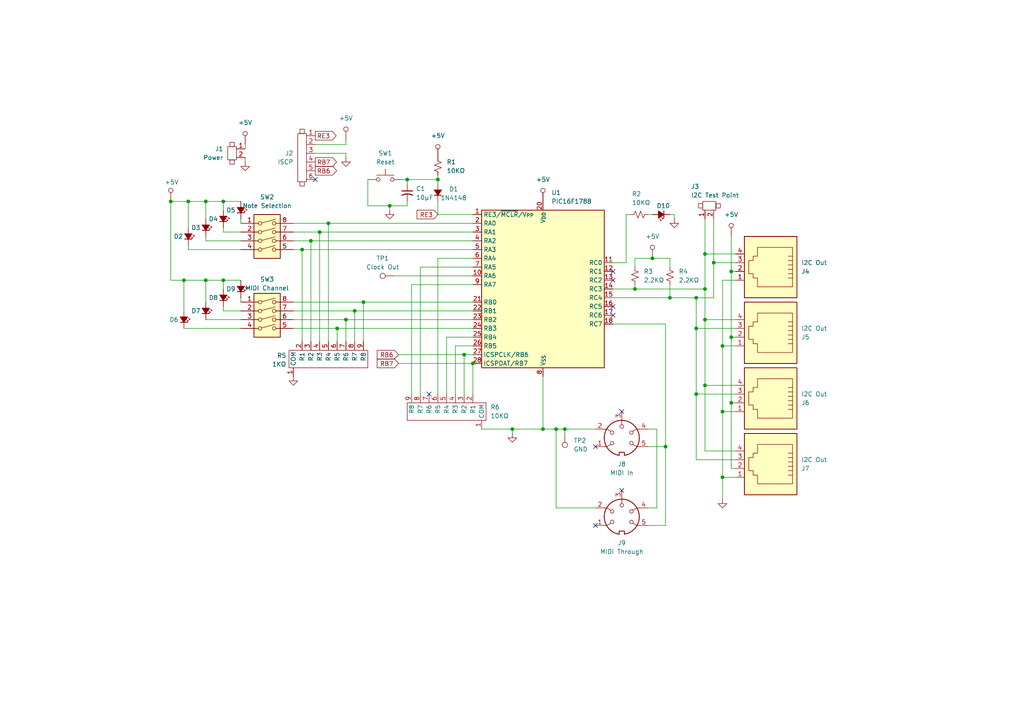
<source format=kicad_sch>
(kicad_sch (version 20250114) (generator "eeschema") (generator_version "9.0")
  (paper "A4")
  (lib_symbols
    (symbol "2_JB_Custom_sym:In-Line-R-Pack"
      (property "Reference" "R" (at 7.62 -9.144 0))
      (symbol "In-Line-R-Pack_0_1"
        (rectangle (start -3.81 -2.54) (end 19.05 -7.62))
      )
      (symbol "In-Line-R-Pack_1_1"
        (pin input line (at -2.54 -10.16 90) (length 2.54) (name "COM") (number "1"))
        (pin output line (at 0 0 270) (length 2.54) (name "R1") (number "2"))
        (pin output line (at 2.54 0 270) (length 2.54) (name "R2") (number "3"))
        (pin output line (at 5.08 0 270) (length 2.54) (name "R3") (number "4"))
        (pin output line (at 7.62 0 270) (length 2.54) (name "R4") (number "5"))
        (pin output line (at 10.16 0 270) (length 2.54) (name "R5") (number "6"))
        (pin output line (at 12.7 0 270) (length 2.54) (name "R6") (number "7"))
        (pin output line (at 15.24 0 270) (length 2.54) (name "R7") (number "8"))
        (pin output line (at 17.78 0 270) (length 2.54) (name "R8") (number "9"))
      )
    )
    (symbol "2_JB_Custom_sym:Jumper_2_Pin"
      (property "Reference" "J" (at 0 13.208 0))
      (symbol "Jumper_2_Pin_0_1"
        (rectangle (start -1.27 9.525) (end 1.27 5.715))
        (rectangle (start -0.635 10.795) (end 0.635 9.525))
        (rectangle (start -0.635 5.715) (end 0.635 5.715))
        (rectangle (start 0.635 4.445) (end -0.635 5.715))
      )
      (symbol "Jumper_2_Pin_1_1"
        (pin passive line (at -3.81 8.89 0) (length 2.54) (name "~") (number "1"))
        (pin passive line (at -3.81 6.35 0) (length 2.54) (name "~") (number "2"))
      )
    )
    (symbol "2_JB_Custom_sym:Jumper_6_Pin"
      (property "Reference" "J" (at 0 0 0))
      (symbol "Jumper_6_Pin_0_1"
        (rectangle (start 0 -3.175) (end 2.54 -17.145))
        (rectangle (start 0.635 -1.905) (end 1.905 -3.175))
        (rectangle (start 0.635 -17.145) (end 1.905 -18.415))
      )
      (symbol "Jumper_6_Pin_1_1"
        (pin passive line (at -2.54 -3.81 0) (length 2.54) (name "~") (number "1"))
        (pin passive line (at -2.54 -6.35 0) (length 2.54) (name "~") (number "2"))
        (pin passive line (at -2.54 -8.89 0) (length 2.54) (name "~") (number "3"))
        (pin passive line (at -2.54 -11.43 0) (length 2.54) (name "~") (number "4"))
        (pin passive line (at -2.54 -13.97 0) (length 2.54) (name "~") (number "5"))
        (pin passive line (at -2.54 -16.51 0) (length 2.54) (name "~") (number "6"))
      )
    )
    (symbol "2_JB_Custom_sym:VCC"
      (property "Value" "+5V" (at 0 5.588 0))
      (symbol "VCC_0_1"
        (circle (center 0 3.175) (radius 0.635))
      )
      (symbol "VCC_1_1"
        (pin power_in line (at 0 0 90) (length 2.54) (name "~") (number ""))
      )
    )
    (symbol "Connector:DIN-5" (pin_names (offset 1.016))
      (property "Reference" "J" (at 3.175 5.715 0))
      (property "Value" "DIN-5" (at 0 -6.35 0))
      (symbol "DIN-5_0_1"
        (polyline (pts (xy -5.08 2.54) (xy -4.318 2.54) (xy -3.175 1.905)))
        (polyline (pts (xy -5.08 -2.54) (xy -4.318 -2.54) (xy -3.175 -1.905)))
        (circle (center -2.794 1.524) (radius 0.508))
        (circle (center -2.794 -1.524) (radius 0.508))
        (polyline (pts (xy -0.762 -4.953) (xy -0.762 -4.191) (xy 0.762 -4.191) (xy 0.762 -4.953)) (stroke (width 0.254)))
        (arc (start 5.08 0) (mid 3.8673 -3.3444) (end 0.762 -5.08) (stroke (width 0.254)))
        (polyline (pts (xy 0 5.08) (xy 0 3.81)))
        (circle (center 0 3.302) (radius 0.508))
        (arc (start -5.08 0) (mid 0 5.0579) (end 5.08 0) (stroke (width 0.254)))
        (arc (start -0.762 -5.08) (mid -3.8597 -3.3379) (end -5.08 0) (stroke (width 0.254)))
        (circle (center 2.794 1.524) (radius 0.508))
        (circle (center 2.794 -1.524) (radius 0.508))
        (polyline (pts (xy 5.08 2.54) (xy 4.318 2.54) (xy 3.175 1.905)))
        (polyline (pts (xy 5.08 -2.54) (xy 4.318 -2.54) (xy 3.175 -1.905)))
      )
      (symbol "DIN-5_1_1"
        (pin passive line (at -7.62 2.54 0) (length 2.54) (name "~") (number "2"))
        (pin passive line (at -7.62 -2.54 0) (length 2.54) (name "~") (number "1"))
        (pin passive line (at 0 7.62 270) (length 2.54) (name "~") (number "3"))
        (pin passive line (at 7.62 2.54 180) (length 2.54) (name "~") (number "4"))
        (pin passive line (at 7.62 -2.54 180) (length 2.54) (name "~") (number "5"))
      )
    )
    (symbol "Connector:TestPoint" (pin_numbers (hide yes)) (pin_names (offset 0.762) (hide yes))
      (property "Reference" "TP" (at 0 6.858 0))
      (property "Value" "TestPoint" (at 0 5.08 0))
      (symbol "TestPoint_0_1"
        (circle (center 0 3.302) (radius 0.762))
      )
      (symbol "TestPoint_1_1"
        (pin passive line (at 0 0 90) (length 2.54) (name "1") (number "1"))
      )
    )
    (symbol "Device:C_Small_US" (pin_numbers (hide yes)) (pin_names (offset 0.254) (hide yes))
      (property "Reference" "C" (at 0.254 1.778 0))
      (property "Value" "C_Small_US" (at 0.254 -2.032 0))
      (symbol "C_Small_US_0_1"
        (polyline (pts (xy -1.524 0.508) (xy 1.524 0.508)) (stroke (width 0.3048)))
        (arc (start -1.524 -0.762) (mid 0 -0.3734) (end 1.524 -0.762) (stroke (width 0.3048)))
      )
      (symbol "C_Small_US_1_1"
        (pin passive line (at 0 2.54 270) (length 2.032) (name "~") (number "1"))
        (pin passive line (at 0 -2.54 90) (length 2.032) (name "~") (number "2"))
      )
    )
    (symbol "Device:D_Small_Filled" (pin_numbers (hide yes)) (pin_names (offset 0.254) (hide yes))
      (property "Reference" "D" (at -1.27 2.032 0))
      (property "Value" "D_Small_Filled" (at -3.81 -2.032 0))
      (symbol "D_Small_Filled_0_1"
        (polyline (pts (xy -0.762 0) (xy 0.762 0)))
        (polyline (pts (xy -0.762 -1.016) (xy -0.762 1.016)) (stroke (width 0.254)))
        (polyline (pts (xy 0.762 -1.016) (xy -0.762 0) (xy 0.762 1.016) (xy 0.762 -1.016)) (stroke (width 0.254)) (fill (type outline)))
      )
      (symbol "D_Small_Filled_1_1"
        (pin passive line (at -2.54 0 0) (length 1.778) (name "K") (number "1"))
        (pin passive line (at 2.54 0 180) (length 1.778) (name "A") (number "2"))
      )
    )
    (symbol "Device:LED_Small_Filled" (pin_numbers (hide yes)) (pin_names (offset 0.254) (hide yes))
      (property "Reference" "D" (at -1.27 3.175 0))
      (property "Value" "LED_Small_Filled" (at -4.445 -2.54 0))
      (symbol "LED_Small_Filled_0_1"
        (polyline (pts (xy -0.762 -1.016) (xy -0.762 1.016)) (stroke (width 0.254)))
        (polyline (pts (xy 0 0.762) (xy -0.508 1.27) (xy -0.254 1.27) (xy -0.508 1.27) (xy -0.508 1.016)))
        (polyline (pts (xy 0.508 1.27) (xy 0 1.778) (xy 0.254 1.778) (xy 0 1.778) (xy 0 1.524)))
        (polyline (pts (xy 0.762 -1.016) (xy -0.762 0) (xy 0.762 1.016) (xy 0.762 -1.016)) (stroke (width 0.254)) (fill (type outline)))
        (polyline (pts (xy 1.016 0) (xy -0.762 0)))
      )
      (symbol "LED_Small_Filled_1_1"
        (pin passive line (at -2.54 0 0) (length 1.778) (name "K") (number "1"))
        (pin passive line (at 2.54 0 180) (length 1.778) (name "A") (number "2"))
      )
    )
    (symbol "Device:R_Small_US" (pin_numbers (hide yes)) (pin_names (offset 0.254) (hide yes))
      (property "Reference" "R" (at 0.762 0.508 0))
      (property "Value" "R_Small_US" (at 0.762 -1.016 0))
      (symbol "R_Small_US_1_1"
        (polyline (pts (xy 0 1.524) (xy 1.016 1.143) (xy 0 0.762) (xy -1.016 0.381) (xy 0 0)))
        (polyline (pts (xy 0 0) (xy 1.016 -0.381) (xy 0 -0.762) (xy -1.016 -1.143) (xy 0 -1.524)))
        (pin passive line (at 0 2.54 270) (length 1.016) (name "~") (number "1"))
        (pin passive line (at 0 -2.54 90) (length 1.016) (name "~") (number "2"))
      )
    )
    (symbol "MCU_Microchip_PIC16:PIC16F1786-xSS"
      (property "Reference" "U1" (at 2.4463 27.94 0))
      (property "Value" "PIC16F1788" (at 2.4463 25.4 0))
      (symbol "PIC16F1786-xSS_0_1"
        (rectangle (start -17.78 -22.86) (end 17.78 22.86) (stroke (width 0.254)) (fill (type background)))
      )
      (symbol "PIC16F1786-xSS_1_1"
        (pin input line (at -20.32 21.59 0) (length 2.54) (name "RE3/~{MCLR}/V_{PP}") (number "1"))
        (pin bidirectional line (at -20.32 19.05 0) (length 2.54) (name "RA0") (number "2"))
        (pin bidirectional line (at -20.32 16.51 0) (length 2.54) (name "RA1") (number "3"))
        (pin bidirectional line (at -20.32 13.97 0) (length 2.54) (name "RA2") (number "4"))
        (pin bidirectional line (at -20.32 11.43 0) (length 2.54) (name "RA3") (number "5"))
        (pin bidirectional line (at -20.32 8.89 0) (length 2.54) (name "RA4") (number "6"))
        (pin bidirectional line (at -20.32 6.35 0) (length 2.54) (name "RA5") (number "7"))
        (pin bidirectional line (at -20.32 3.81 0) (length 2.54) (name "RA6") (number "10"))
        (pin bidirectional line (at -20.32 1.27 0) (length 2.54) (name "RA7") (number "9"))
        (pin bidirectional line (at -20.32 -3.81 0) (length 2.54) (name "RB0") (number "21"))
        (pin bidirectional line (at -20.32 -6.35 0) (length 2.54) (name "RB1") (number "22"))
        (pin bidirectional line (at -20.32 -8.89 0) (length 2.54) (name "RB2") (number "23"))
        (pin bidirectional line (at -20.32 -11.43 0) (length 2.54) (name "RB3") (number "24"))
        (pin bidirectional line (at -20.32 -13.97 0) (length 2.54) (name "RB4") (number "25"))
        (pin bidirectional line (at -20.32 -16.51 0) (length 2.54) (name "RB5") (number "26"))
        (pin bidirectional line (at -20.32 -19.05 0) (length 2.54) (name "ICSPCLK/RB6") (number "27"))
        (pin bidirectional line (at -20.32 -21.59 0) (length 2.54) (name "ICSPDAT/RB7") (number "28"))
        (pin power_in line (at 0 25.4 270) (length 2.54) (name "V_{DD}") (number "20"))
        (pin passive line (at 0 -25.4 90) (length 2.54) (hide yes) (name "V_{SS}") (number "19"))
        (pin power_in line (at 0 -25.4 90) (length 2.54) (name "V_{SS}") (number "8"))
        (pin bidirectional line (at 20.32 7.62 180) (length 2.54) (name "RC0") (number "11"))
        (pin bidirectional line (at 20.32 5.08 180) (length 2.54) (name "RC1") (number "12"))
        (pin bidirectional line (at 20.32 2.54 180) (length 2.54) (name "RC2") (number "13"))
        (pin bidirectional line (at 20.32 0 180) (length 2.54) (name "RC3") (number "14"))
        (pin bidirectional line (at 20.32 -2.54 180) (length 2.54) (name "RC4") (number "15"))
        (pin bidirectional line (at 20.32 -5.08 180) (length 2.54) (name "RC5") (number "16"))
        (pin bidirectional line (at 20.32 -7.62 180) (length 2.54) (name "RC6") (number "17"))
        (pin bidirectional line (at 20.32 -10.16 180) (length 2.54) (name "RC7") (number "18"))
      )
    )
    (symbol "RJ11_2" (pin_names (offset 1.016))
      (property "Reference" "J4" (at -8.89 0 0))
      (property "Value" "I2C Out" (at -8.89 2.54 0))
      (symbol "RJ11_2_0_1"
        (polyline (pts (xy -6.35 3.175) (xy -5.08 3.175) (xy -5.08 3.175)))
        (polyline (pts (xy -6.35 1.905) (xy -5.08 1.905) (xy -5.08 1.905)))
        (polyline (pts (xy -6.35 0.635) (xy -5.08 0.635) (xy -5.08 0.635)))
        (polyline (pts (xy -6.35 -0.635) (xy -5.08 -0.635) (xy -5.08 -0.635)))
        (polyline (pts (xy -6.35 -1.905) (xy -5.08 -1.905) (xy -5.08 -1.905)))
        (polyline (pts (xy -6.35 -4.445) (xy -6.35 6.985) (xy 3.81 6.985) (xy 3.81 4.445) (xy 5.08 4.445) (xy 5.08 3.175) (xy 6.35 3.175) (xy 6.35 -0.635) (xy 5.08 -0.635) (xy 5.08 -1.905) (xy 3.81 -1.905) (xy 3.81 -4.445) (xy -6.35 -4.445) (xy -6.35 -4.445)))
        (polyline (pts (xy -5.08 4.445) (xy -6.35 4.445) (xy -6.35 4.445)))
        (rectangle (start 7.62 10.16) (end -7.62 -7.62) (stroke (width 0.254)) (fill (type background)))
      )
      (symbol "RJ11_2_1_1"
        (pin passive line (at 10.16 5.08 180) (length 2.54) (name "~") (number "4"))
        (pin passive line (at 10.16 2.54 180) (length 2.54) (name "~") (number "3"))
        (pin passive line (at 10.16 0 180) (length 2.54) (name "~") (number "2"))
        (pin passive line (at 10.16 -2.54 180) (length 2.54) (name "") (number "1"))
      )
    )
    (symbol "Switch:SW_DIP_x04" (pin_names (offset 0) (hide yes))
      (property "Reference" "SW" (at 0 8.89 0))
      (property "Value" "SW_DIP_x04" (at 0 -6.35 0))
      (symbol "SW_DIP_x04_0_0"
        (circle (center -2.032 5.08) (radius 0.508))
        (circle (center -2.032 2.54) (radius 0.508))
        (circle (center -2.032 0) (radius 0.508))
        (circle (center -2.032 -2.54) (radius 0.508))
        (polyline (pts (xy -1.524 5.207) (xy 2.3622 6.2484)))
        (polyline (pts (xy -1.524 2.667) (xy 2.3622 3.7084)))
        (polyline (pts (xy -1.524 0.127) (xy 2.3622 1.1684)))
        (polyline (pts (xy -1.524 -2.3876) (xy 2.3622 -1.3462)))
        (circle (center 2.032 5.08) (radius 0.508))
        (circle (center 2.032 2.54) (radius 0.508))
        (circle (center 2.032 0) (radius 0.508))
        (circle (center 2.032 -2.54) (radius 0.508))
      )
      (symbol "SW_DIP_x04_0_1"
        (rectangle (start -3.81 7.62) (end 3.81 -5.08) (stroke (width 0.254)) (fill (type background)))
      )
      (symbol "SW_DIP_x04_1_1"
        (pin passive line (at -7.62 5.08 0) (length 5.08) (name "~") (number "1"))
        (pin passive line (at -7.62 2.54 0) (length 5.08) (name "~") (number "2"))
        (pin passive line (at -7.62 0 0) (length 5.08) (name "~") (number "3"))
        (pin passive line (at -7.62 -2.54 0) (length 5.08) (name "~") (number "4"))
        (pin passive line (at 7.62 5.08 180) (length 5.08) (name "~") (number "8"))
        (pin passive line (at 7.62 2.54 180) (length 5.08) (name "~") (number "7"))
        (pin passive line (at 7.62 0 180) (length 5.08) (name "~") (number "6"))
        (pin passive line (at 7.62 -2.54 180) (length 5.08) (name "~") (number "5"))
      )
    )
    (symbol "Switch:SW_Push" (pin_numbers (hide yes)) (pin_names (offset 1.016) (hide yes))
      (property "Reference" "SW" (at 1.27 2.54 0))
      (property "Value" "SW_Push" (at 0 -1.524 0))
      (symbol "SW_Push_0_1"
        (circle (center -2.032 0) (radius 0.508))
        (polyline (pts (xy 0 1.27) (xy 0 3.048)))
        (circle (center 2.032 0) (radius 0.508))
        (polyline (pts (xy 2.54 1.27) (xy -2.54 1.27)))
        (pin passive line (at -5.08 0 0) (length 2.54) (name "1") (number "1"))
        (pin passive line (at 5.08 0 180) (length 2.54) (name "2") (number "2"))
      )
    )
    (symbol "power:GND" (power) (pin_numbers (hide yes)) (pin_names (offset 0) (hide yes))
      (property "Value" "GND" (at 0 -3.81 0))
      (symbol "GND_0_1"
        (polyline (pts (xy 0 0) (xy 0 -1.27) (xy 1.27 -1.27) (xy 0 -2.54) (xy -1.27 -1.27) (xy 0 -1.27)))
      )
      (symbol "GND_1_1"
        (pin power_in line (at 0 0 270) (length 0) (name "~") (number "1"))
      )
    )
  )
  (junction (at 137.16 105.41))
  (junction (at 148.59 124.46))
  (junction (at 194.31 86.36))
  (junction (at 54.61 58.42))
  (junction (at 207.01 76.2))
  (junction (at 201.93 86.36))
  (junction (at 212.09 97.79))
  (junction (at 95.25 64.77))
  (junction (at 134.62 102.87))
  (junction (at 193.04 129.54))
  (junction (at 204.47 111.76))
  (junction (at 90.17 69.85))
  (junction (at 163.83 124.46))
  (junction (at 212.09 78.74))
  (junction (at 204.47 83.82))
  (junction (at 209.55 138.43))
  (junction (at 204.47 73.66))
  (junction (at 204.47 92.71))
  (junction (at 100.33 92.71))
  (junction (at 161.29 124.46))
  (junction (at 59.69 58.42))
  (junction (at 105.41 87.63))
  (junction (at 201.93 114.3))
  (junction (at 53.34 81.28))
  (junction (at 189.23 74.93))
  (junction (at 113.03 59.69))
  (junction (at 209.55 100.33))
  (junction (at 157.48 124.46))
  (junction (at 212.09 116.84))
  (junction (at 92.71 67.31))
  (junction (at 64.77 58.42))
  (junction (at 184.15 83.82))
  (junction (at 118.11 52.07))
  (junction (at 201.93 95.25))
  (junction (at 59.69 81.28))
  (junction (at 209.55 119.38))
  (junction (at 87.63 72.39))
  (junction (at 64.77 81.28))
  (junction (at 127 52.07))
  (junction (at 102.87 90.17))
  (junction (at 49.53 58.42))
  (junction (at 97.79 95.25))
  (no_connect (at 91.44 52.07))
  (no_connect (at 177.8 78.74))
  (no_connect (at 172.72 152.4))
  (no_connect (at 180.34 119.38))
  (no_connect (at 180.34 142.24))
  (no_connect (at 177.8 81.28))
  (no_connect (at 177.8 88.9))
  (no_connect (at 177.8 91.44))
  (no_connect (at 124.46 114.3))
  (no_connect (at 172.72 129.54))
  (wire (pts (xy 118.11 58.42) (xy 118.11 59.69)))
  (wire (pts (xy 212.09 68.58) (xy 212.09 78.74)))
  (wire (pts (xy 148.59 124.46) (xy 148.59 125.73)))
  (wire (pts (xy 92.71 67.31) (xy 137.16 67.31)))
  (wire (pts (xy 187.96 124.46) (xy 190.5 124.46)))
  (wire (pts (xy 163.83 124.46) (xy 161.29 124.46)))
  (wire (pts (xy 100.33 44.45) (xy 100.33 45.72)))
  (wire (pts (xy 187.96 129.54) (xy 193.04 129.54)))
  (wire (pts (xy 181.61 62.23) (xy 182.88 62.23)))
  (wire (pts (xy 105.41 87.63) (xy 105.41 99.06)))
  (wire (pts (xy 106.68 52.07) (xy 106.68 59.69)))
  (wire (pts (xy 181.61 76.2) (xy 177.8 76.2)))
  (wire (pts (xy 213.36 135.89) (xy 212.09 135.89)))
  (wire (pts (xy 163.83 125.73) (xy 163.83 124.46)))
  (wire (pts (xy 85.09 87.63) (xy 105.41 87.63)))
  (wire (pts (xy 64.77 58.42) (xy 64.77 60.96)))
  (wire (pts (xy 194.31 74.93) (xy 189.23 74.93)))
  (wire (pts (xy 115.57 102.87) (xy 134.62 102.87)))
  (wire (pts (xy 71.12 41.91) (xy 71.12 43.18)))
  (wire (pts (xy 201.93 95.25) (xy 201.93 86.36)))
  (wire (pts (xy 209.55 138.43) (xy 209.55 144.78)))
  (wire (pts (xy 209.55 119.38) (xy 209.55 138.43)))
  (wire (pts (xy 213.36 92.71) (xy 204.47 92.71)))
  (wire (pts (xy 121.92 77.47) (xy 121.92 114.3)))
  (wire (pts (xy 97.79 95.25) (xy 137.16 95.25)))
  (wire (pts (xy 113.03 59.69) (xy 106.68 59.69)))
  (wire (pts (xy 132.08 100.33) (xy 132.08 114.3)))
  (wire (pts (xy 184.15 74.93) (xy 189.23 74.93)))
  (wire (pts (xy 118.11 52.07) (xy 118.11 53.34)))
  (wire (pts (xy 100.33 92.71) (xy 100.33 99.06)))
  (wire (pts (xy 209.55 100.33) (xy 213.36 100.33)))
  (wire (pts (xy 54.61 72.39) (xy 54.61 71.12)))
  (wire (pts (xy 213.36 81.28) (xy 209.55 81.28)))
  (wire (pts (xy 69.85 86.36) (xy 69.85 87.63)))
  (wire (pts (xy 85.09 92.71) (xy 100.33 92.71)))
  (wire (pts (xy 102.87 90.17) (xy 102.87 99.06)))
  (wire (pts (xy 118.11 59.69) (xy 113.03 59.69)))
  (wire (pts (xy 204.47 111.76) (xy 213.36 111.76)))
  (wire (pts (xy 127 62.23) (xy 137.16 62.23)))
  (wire (pts (xy 204.47 73.66) (xy 204.47 83.82)))
  (wire (pts (xy 209.55 81.28) (xy 209.55 100.33)))
  (wire (pts (xy 193.04 93.98) (xy 177.8 93.98)))
  (wire (pts (xy 59.69 81.28) (xy 59.69 87.63)))
  (wire (pts (xy 95.25 64.77) (xy 95.25 99.06)))
  (wire (pts (xy 213.36 95.25) (xy 201.93 95.25)))
  (wire (pts (xy 91.44 44.45) (xy 100.33 44.45)))
  (wire (pts (xy 209.55 100.33) (xy 209.55 119.38)))
  (wire (pts (xy 127 52.07) (xy 127 53.34)))
  (wire (pts (xy 97.79 95.25) (xy 97.79 99.06)))
  (wire (pts (xy 118.11 52.07) (xy 116.84 52.07)))
  (wire (pts (xy 190.5 147.32) (xy 190.5 124.46)))
  (wire (pts (xy 100.33 41.91) (xy 91.44 41.91)))
  (wire (pts (xy 213.36 76.2) (xy 207.01 76.2)))
  (wire (pts (xy 121.92 77.47) (xy 137.16 77.47)))
  (wire (pts (xy 100.33 92.71) (xy 137.16 92.71)))
  (wire (pts (xy 213.36 130.81) (xy 204.47 130.81)))
  (wire (pts (xy 92.71 67.31) (xy 92.71 99.06)))
  (wire (pts (xy 59.69 58.42) (xy 64.77 58.42)))
  (wire (pts (xy 195.58 62.23) (xy 194.31 62.23)))
  (wire (pts (xy 87.63 72.39) (xy 87.63 99.06)))
  (wire (pts (xy 184.15 82.55) (xy 184.15 83.82)))
  (wire (pts (xy 85.09 90.17) (xy 102.87 90.17)))
  (wire (pts (xy 213.36 97.79) (xy 212.09 97.79)))
  (wire (pts (xy 90.17 69.85) (xy 137.16 69.85)))
  (wire (pts (xy 85.09 67.31) (xy 92.71 67.31)))
  (wire (pts (xy 157.48 124.46) (xy 157.48 109.22)))
  (wire (pts (xy 137.16 97.79) (xy 129.54 97.79)))
  (wire (pts (xy 49.53 81.28) (xy 53.34 81.28)))
  (wire (pts (xy 201.93 133.35) (xy 201.93 114.3)))
  (wire (pts (xy 64.77 58.42) (xy 69.85 58.42)))
  (wire (pts (xy 193.04 152.4) (xy 193.04 129.54)))
  (wire (pts (xy 193.04 129.54) (xy 193.04 93.98)))
  (wire (pts (xy 127 74.93) (xy 127 114.3)))
  (wire (pts (xy 53.34 95.25) (xy 69.85 95.25)))
  (wire (pts (xy 59.69 81.28) (xy 64.77 81.28)))
  (wire (pts (xy 212.09 97.79) (xy 212.09 116.84)))
  (wire (pts (xy 59.69 92.71) (xy 69.85 92.71)))
  (wire (pts (xy 49.53 58.42) (xy 54.61 58.42)))
  (wire (pts (xy 119.38 82.55) (xy 137.16 82.55)))
  (wire (pts (xy 127 58.42) (xy 127 62.23)))
  (wire (pts (xy 209.55 138.43) (xy 213.36 138.43)))
  (wire (pts (xy 209.55 119.38) (xy 213.36 119.38)))
  (wire (pts (xy 172.72 147.32) (xy 161.29 147.32)))
  (wire (pts (xy 189.23 62.23) (xy 187.96 62.23)))
  (wire (pts (xy 187.96 147.32) (xy 190.5 147.32)))
  (wire (pts (xy 64.77 90.17) (xy 64.77 88.9)))
  (wire (pts (xy 85.09 95.25) (xy 97.79 95.25)))
  (wire (pts (xy 64.77 67.31) (xy 64.77 66.04)))
  (wire (pts (xy 85.09 64.77) (xy 95.25 64.77)))
  (wire (pts (xy 69.85 63.5) (xy 69.85 64.77)))
  (wire (pts (xy 207.01 63.5) (xy 207.01 76.2)))
  (wire (pts (xy 172.72 124.46) (xy 163.83 124.46)))
  (wire (pts (xy 53.34 81.28) (xy 53.34 90.17)))
  (wire (pts (xy 114.3 80.01) (xy 137.16 80.01)))
  (wire (pts (xy 59.69 69.85) (xy 59.69 68.58)))
  (wire (pts (xy 194.31 77.47) (xy 194.31 74.93)))
  (wire (pts (xy 201.93 114.3) (xy 213.36 114.3)))
  (wire (pts (xy 212.09 97.79) (xy 212.09 78.74)))
  (wire (pts (xy 90.17 69.85) (xy 90.17 99.06)))
  (wire (pts (xy 161.29 147.32) (xy 161.29 124.46)))
  (wire (pts (xy 87.63 72.39) (xy 137.16 72.39)))
  (wire (pts (xy 212.09 78.74) (xy 213.36 78.74)))
  (wire (pts (xy 213.36 73.66) (xy 204.47 73.66)))
  (wire (pts (xy 184.15 77.47) (xy 184.15 74.93)))
  (wire (pts (xy 187.96 152.4) (xy 193.04 152.4)))
  (wire (pts (xy 213.36 133.35) (xy 201.93 133.35)))
  (wire (pts (xy 204.47 83.82) (xy 204.47 92.71)))
  (wire (pts (xy 69.85 72.39) (xy 54.61 72.39)))
  (wire (pts (xy 134.62 114.3) (xy 134.62 102.87)))
  (wire (pts (xy 115.57 105.41) (xy 137.16 105.41)))
  (wire (pts (xy 127 50.8) (xy 127 52.07)))
  (wire (pts (xy 95.25 64.77) (xy 137.16 64.77)))
  (wire (pts (xy 177.8 86.36) (xy 194.31 86.36)))
  (wire (pts (xy 204.47 83.82) (xy 184.15 83.82)))
  (wire (pts (xy 54.61 58.42) (xy 59.69 58.42)))
  (wire (pts (xy 118.11 52.07) (xy 127 52.07)))
  (wire (pts (xy 139.7 124.46) (xy 148.59 124.46)))
  (wire (pts (xy 49.53 58.42) (xy 49.53 81.28)))
  (wire (pts (xy 181.61 62.23) (xy 181.61 76.2)))
  (wire (pts (xy 119.38 114.3) (xy 119.38 82.55)))
  (wire (pts (xy 207.01 76.2) (xy 207.01 86.36)))
  (wire (pts (xy 148.59 124.46) (xy 157.48 124.46)))
  (wire (pts (xy 204.47 92.71) (xy 204.47 111.76)))
  (wire (pts (xy 194.31 86.36) (xy 201.93 86.36)))
  (wire (pts (xy 64.77 81.28) (xy 69.85 81.28)))
  (wire (pts (xy 129.54 97.79) (xy 129.54 114.3)))
  (wire (pts (xy 53.34 81.28) (xy 59.69 81.28)))
  (wire (pts (xy 69.85 69.85) (xy 59.69 69.85)))
  (wire (pts (xy 100.33 40.64) (xy 100.33 41.91)))
  (wire (pts (xy 69.85 67.31) (xy 64.77 67.31)))
  (wire (pts (xy 161.29 124.46) (xy 157.48 124.46)))
  (wire (pts (xy 64.77 81.28) (xy 64.77 83.82)))
  (wire (pts (xy 59.69 58.42) (xy 59.69 63.5)))
  (wire (pts (xy 204.47 63.5) (xy 204.47 73.66)))
  (wire (pts (xy 137.16 105.41) (xy 137.16 114.3)))
  (wire (pts (xy 134.62 102.87) (xy 137.16 102.87)))
  (wire (pts (xy 85.09 69.85) (xy 90.17 69.85)))
  (wire (pts (xy 177.8 83.82) (xy 184.15 83.82)))
  (wire (pts (xy 201.93 86.36) (xy 207.01 86.36)))
  (wire (pts (xy 213.36 116.84) (xy 212.09 116.84)))
  (wire (pts (xy 194.31 82.55) (xy 194.31 86.36)))
  (wire (pts (xy 137.16 74.93) (xy 127 74.93)))
  (wire (pts (xy 102.87 90.17) (xy 137.16 90.17)))
  (wire (pts (xy 137.16 100.33) (xy 132.08 100.33)))
  (wire (pts (xy 212.09 116.84) (xy 212.09 135.89)))
  (wire (pts (xy 71.12 45.72) (xy 71.12 46.99)))
  (wire (pts (xy 64.77 90.17) (xy 69.85 90.17)))
  (wire (pts (xy 85.09 72.39) (xy 87.63 72.39)))
  (wire (pts (xy 105.41 87.63) (xy 137.16 87.63)))
  (wire (pts (xy 201.93 114.3) (xy 201.93 95.25)))
  (wire (pts (xy 195.58 62.23) (xy 195.58 63.5)))
  (wire (pts (xy 113.03 60.96) (xy 113.03 59.69)))
  (wire (pts (xy 204.47 111.76) (xy 204.47 130.81)))
  (wire (pts (xy 54.61 66.04) (xy 54.61 58.42)))
  (global_label "RB6" (shape output) (at 91.44 49.53 0) (property "Intersheetrefs" "${INTERSHEET_REFS}" (effects (hide yes))))
  (global_label "RB7" (shape output) (at 91.44 46.99 0) (property "Intersheetrefs" "${INTERSHEET_REFS}" (effects (hide yes))))
  (global_label "RE3" (shape input) (at 127 62.23 180) (property "Intersheetrefs" "${INTERSHEET_REFS}" (effects (hide yes))))
  (global_label "RB7" (shape input) (at 115.57 105.41 180) (property "Intersheetrefs" "${INTERSHEET_REFS}" (effects (hide yes))))
  (global_label "RE3" (shape output) (at 91.44 39.37 0) (property "Intersheetrefs" "${INTERSHEET_REFS}" (effects (hide yes))))
  (global_label "RB6" (shape input) (at 115.57 102.87 180) (property "Intersheetrefs" "${INTERSHEET_REFS}" (effects (hide yes))))
  (symbol (lib_id "Connector:TestPoint") (at 114.3 80.01 90) (unit 1)
    (property "Reference" "TP1" (at 110.998 74.93 90))
    (property "Value" "Clock Out" (at 110.998 77.47 90))
    (property "Footprint" "2JB_Footprints:1X1_100mil_Header" (effects (hide yes)))
    (property "Description" "test point" (effects (hide yes)))
  )
  (symbol (lib_id "Device:LED_Small_Filled") (at 64.77 63.5 270) (mirror x) (unit 1)
    (property "Reference" "D4" (at 63.246 63.5 90) (effects (justify right)))
    (property "Value" "LED_Small_Filled" (effects (hide yes)))
    (property "Footprint" "2JB_Footprints:D_0805" (effects (hide yes)))
    (property "Description" "Light emitting diode, small symbol, filled shape" (effects (hide yes)))
    (property "Sim.Pins" "1=K 2=A" (effects (hide yes)))
  )
  (symbol (lib_id "Device:C_Small_US") (at 118.11 55.88 0) (unit 1)
    (property "Reference" "C1" (at 120.65 54.737 0) (effects (justify left)))
    (property "Value" "10µF" (at 120.65 57.277 0) (effects (justify left)))
    (property "Footprint" "Capacitor_THT:C_Radial_D6.3mm_H11.0mm_P2.50mm" (effects (hide yes)))
    (property "Description" "capacitor, small US symbol" (effects (hide yes)))
  )
  (symbol (lib_id "Device:LED_Small_Filled") (at 59.69 66.04 270) (mirror x) (unit 1)
    (property "Reference" "D3" (at 58.166 66.04 90) (effects (justify right)))
    (property "Value" "LED_Small_Filled" (effects (hide yes)))
    (property "Footprint" "2JB_Footprints:D_0805" (effects (hide yes)))
    (property "Description" "Light emitting diode, small symbol, filled shape" (effects (hide yes)))
    (property "Sim.Pins" "1=K 2=A" (effects (hide yes)))
  )
  (symbol (lib_id "power:GND") (at 148.59 125.73 0) (unit 1)
    (property "Reference" "#PWR015" (effects (hide yes)))
    (property "Value" "GND" (effects (hide yes)))
    (property "Description" "Power symbol creates a global label with name \"GND\" , ground" (effects (hide yes)))
  )
  (symbol (lib_id "Device:LED_Small_Filled") (at 69.85 60.96 270) (mirror x) (unit 1)
    (property "Reference" "D5" (at 68.326 60.96 90) (effects (justify right)))
    (property "Value" "LED_Small_Filled" (effects (hide yes)))
    (property "Footprint" "2JB_Footprints:D_0805" (effects (hide yes)))
    (property "Description" "Light emitting diode, small symbol, filled shape" (effects (hide yes)))
    (property "Sim.Pins" "1=K 2=A" (effects (hide yes)))
  )
  (symbol (lib_id "Switch:SW_DIP_x04") (at 77.47 92.71 0) (unit 1)
    (property "Reference" "SW3" (at 77.47 81.026 0))
    (property "Value" "MIDI Channel" (at 77.47 83.566 0))
    (property "Footprint" "Package_DIP:DIP-8_W7.62mm" (effects (hide yes)))
    (property "Description" "4x DIP Switch, Single Pole Single Throw (SPST) switch, small symbol" (effects (hide yes)))
  )
  (symbol (lib_id "power:GND") (at 85.09 109.22 0) (unit 1)
    (property "Reference" "#PWR013" (effects (hide yes)))
    (property "Value" "GND" (effects (hide yes)))
    (property "Description" "Power symbol creates a global label with name \"GND\" , ground" (effects (hide yes)))
  )
  (symbol (lib_id "Connector:DIN-5") (at 180.34 149.86 0) (unit 1)
    (property "Reference" "J9" (at 180.34 157.48 0))
    (property "Value" "MIDI Through" (at 180.34 160.02 0))
    (property "Footprint" "2JB_Footprints:DIN-5PIN_MIDI" (effects (hide yes)))
    (property "Datasheet" "http://www.mouser.com/ds/2/18/40_c091_abd_e-75918.pdf" (effects (hide yes)))
    (property "Description" "5-pin DIN connector" (effects (hide yes)))
  )
  (symbol (lib_id "2_JB_Custom_sym:VCC") (at 212.09 68.58 0) (unit 1)
    (property "Reference" "#PWR10" (effects (hide yes)))
    (property "Value" "+5V" (at 212.09 62.23 0))
  )
  (symbol (lib_id "Device:LED_Small_Filled") (at 191.77 62.23 180) (unit 1)
    (property "Reference" "D10" (at 190.4365 59.69 0) (effects (justify right)))
    (property "Value" "LED_Small_Filled" (effects (hide yes)))
    (property "Footprint" "2JB_Footprints:D_0805" (effects (hide yes)))
    (property "Description" "Light emitting diode, small symbol, filled shape" (effects (hide yes)))
    (property "Sim.Pins" "1=K 2=A" (effects (hide yes)))
  )
  (symbol (lib_id "Switch:SW_Push") (at 111.76 52.07 0) (unit 1)
    (property "Reference" "SW1" (at 111.76 44.45 0))
    (property "Value" "Reset" (at 111.76 46.99 0))
    (property "Footprint" "Button_Switch_THT:SW_PUSH_6mm" (effects (hide yes)))
    (property "Description" "Push button switch, generic, two pins" (effects (hide yes)))
  )
  (symbol (lib_id "2_JB_Custom_sym:VCC") (at 100.33 40.64 0) (unit 1)
    (property "Reference" "#PWR3" (effects (hide yes)))
    (property "Value" "+5V" (at 100.33 34.29 0))
  )
  (symbol (lib_id "2_JB_Custom_sym:VCC") (at 71.12 41.91 0) (unit 1)
    (property "Reference" "#PWR1" (effects (hide yes)))
    (property "Value" "+5V" (at 71.12 35.56 0))
  )
  (symbol (lib_name "RJ11_2") (lib_id "Connector:RJ11") (at 223.52 135.89 0) (mirror y) (unit 1)
    (property "Reference" "J7" (at 232.41 135.89 0) (effects (justify right)))
    (property "Value" "I2C Out" (at 232.41 133.35 0) (effects (justify right)))
    (property "Footprint" "2JB_Footprints:RJ11" (effects (hide yes)))
    (property "Description" "RJ connector, 6P4C (6 positions 4 connected)" (effects (hide yes)))
  )
  (symbol (lib_id "power:GND") (at 113.03 60.96 0) (unit 1)
    (property "Reference" "#PWR08" (effects (hide yes)))
    (property "Value" "GND" (effects (hide yes)))
    (property "Description" "Power symbol creates a global label with name \"GND\" , ground" (effects (hide yes)))
  )
  (symbol (lib_id "power:GND") (at 195.58 63.5 0) (unit 1)
    (property "Reference" "#PWR09" (effects (hide yes)))
    (property "Value" "GND" (effects (hide yes)))
    (property "Description" "Power symbol creates a global label with name \"GND\" , ground" (effects (hide yes)))
  )
  (symbol (lib_id "MCU_Microchip_PIC16:PIC16F1786-xSS") (at 157.48 83.82 0) (unit 1)
    (property "Reference" "U1" (at 159.9263 55.88 0) (effects (justify left)))
    (property "Value" "PIC16F1788" (at 159.9263 58.42 0) (effects (justify left)))
    (property "Footprint" "Package_DFN_QFN:QFN-28-1EP_6x6mm_P0.65mm_EP4.25x4.25mm" (effects (hide yes)))
    (property "Datasheet" "http://ww1.microchip.com/downloads/en/DeviceDoc/40001637C.pdf" (effects (hide yes)))
    (property "Description" "8-bit Flash MCU, 32MHz, 16KB Flash, 1KB RAM, 256B EEPROM, SSOP-28" (effects (hide yes)))
  )
  (symbol (lib_id "2_JB_Custom_sym:In-Line-R-Pack") (at 137.16 114.3 0) (mirror y) (unit 1)
    (property "Reference" "R6" (at 142.24 118.11 0) (effects (justify right)))
    (property "Value" "10KΩ" (at 142.24 120.65 0) (effects (justify right)))
    (property "Footprint" "2JB_Footprints:1x9_100mil_Header" (effects (hide yes)))
  )
  (symbol (lib_id "power:GND") (at 100.33 45.72 0) (unit 1)
    (property "Reference" "#PWR04" (effects (hide yes)))
    (property "Value" "GND" (effects (hide yes)))
    (property "Description" "Power symbol creates a global label with name \"GND\" , ground" (effects (hide yes)))
  )
  (symbol (lib_id "Device:R_Small_US") (at 194.31 80.01 0) (unit 1)
    (property "Reference" "R4" (at 196.85 78.74 0) (effects (justify left)))
    (property "Value" "2.2KΩ" (at 196.85 81.28 0) (effects (justify left)))
    (property "Footprint" "2JB_Footprints:C_0805" (effects (hide yes)))
    (property "Description" "Resistor, small US symbol" (effects (hide yes)))
  )
  (symbol (lib_id "Device:LED_Small_Filled") (at 53.34 92.71 270) (mirror x) (unit 1)
    (property "Reference" "D6" (at 51.816 92.71 90) (effects (justify right)))
    (property "Value" "LED_Small_Filled" (effects (hide yes)))
    (property "Footprint" "2JB_Footprints:D_0805" (effects (hide yes)))
    (property "Description" "Light emitting diode, small symbol, filled shape" (effects (hide yes)))
    (property "Sim.Pins" "1=K 2=A" (effects (hide yes)))
  )
  (symbol (lib_id "2_JB_Custom_sym:In-Line-R-Pack") (at 87.63 99.06 0) (unit 1)
    (property "Reference" "R5" (at 83.058 103.124 0) (effects (justify right)))
    (property "Value" "1KΩ" (at 83.058 105.664 0) (effects (justify right)))
    (property "Footprint" "2JB_Footprints:1x9_100mil_Header" (effects (hide yes)))
  )
  (symbol (lib_id "2_JB_Custom_sym:Jumper_6_Pin") (at 88.9 35.56 0) (mirror y) (unit 1)
    (property "Reference" "J2" (at 85.09 44.45 0) (effects (justify left)))
    (property "Value" "ISCP" (at 85.09 46.99 0) (effects (justify left)))
    (property "Footprint" "2JB_Footprints:1X6_100mil_Header" (effects (hide yes)))
    (property "Description" "6 Pin Jumper/Header" (effects (hide yes)))
  )
  (symbol (lib_name "RJ11_2") (lib_id "Connector:RJ11") (at 223.52 78.74 0) (mirror y) (unit 1)
    (property "Reference" "J4" (at 232.41 78.74 0) (effects (justify right)))
    (property "Value" "I2C Out" (at 232.41 76.2 0) (effects (justify right)))
    (property "Footprint" "2JB_Footprints:RJ11" (effects (hide yes)))
    (property "Description" "RJ connector, 6P4C (6 positions 4 connected)" (effects (hide yes)))
  )
  (symbol (lib_id "power:GND") (at 71.12 46.99 0) (unit 1)
    (property "Reference" "#PWR02" (effects (hide yes)))
    (property "Value" "GND" (effects (hide yes)))
    (property "Description" "Power symbol creates a global label with name \"GND\" , ground" (effects (hide yes)))
  )
  (symbol (lib_id "Device:LED_Small_Filled") (at 59.69 90.17 270) (mirror x) (unit 1)
    (property "Reference" "D7" (at 58.166 90.17 90) (effects (justify right)))
    (property "Value" "LED_Small_Filled" (effects (hide yes)))
    (property "Footprint" "2JB_Footprints:D_0805" (effects (hide yes)))
    (property "Description" "Light emitting diode, small symbol, filled shape" (effects (hide yes)))
    (property "Sim.Pins" "1=K 2=A" (effects (hide yes)))
  )
  (symbol (lib_id "Device:D_Small_Filled") (at 127 55.88 90) (unit 1)
    (property "Reference" "D1" (at 131.572 54.864 90))
    (property "Value" "1N4148" (at 131.572 57.404 90))
    (property "Footprint" "2JB_Footprints:D_0805" (effects (hide yes)))
    (property "Description" "Diode, small symbol, filled shape" (effects (hide yes)))
    (property "Sim.Device" "D" (effects (hide yes)))
    (property "Sim.Pins" "1=K 2=A" (effects (hide yes)))
  )
  (symbol (lib_id "2_JB_Custom_sym:Jumper_2_Pin") (at 213.36 59.69 90) (unit 1)
    (property "Reference" "J3" (at 200.406 54.102 90) (effects (justify right)))
    (property "Value" "I2C Test Point" (at 200.406 56.642 90) (effects (justify right)))
    (property "Footprint" "2JB_Footprints:1X2_100mil_Header" (effects (hide yes)))
    (property "Description" "2 Pin Jumper" (effects (hide yes)))
  )
  (symbol (lib_id "Device:R_Small_US") (at 184.15 80.01 0) (unit 1)
    (property "Reference" "R3" (at 186.69 78.74 0) (effects (justify left)))
    (property "Value" "2.2KΩ" (at 186.69 81.28 0) (effects (justify left)))
    (property "Footprint" "2JB_Footprints:C_0805" (effects (hide yes)))
    (property "Description" "Resistor, small US symbol" (effects (hide yes)))
  )
  (symbol (lib_id "Device:LED_Small_Filled") (at 64.77 86.36 270) (mirror x) (unit 1)
    (property "Reference" "D8" (at 63.246 86.36 90) (effects (justify right)))
    (property "Value" "LED_Small_Filled" (effects (hide yes)))
    (property "Footprint" "2JB_Footprints:D_0805" (effects (hide yes)))
    (property "Description" "Light emitting diode, small symbol, filled shape" (effects (hide yes)))
    (property "Sim.Pins" "1=K 2=A" (effects (hide yes)))
  )
  (symbol (lib_id "2_JB_Custom_sym:Jumper_2_Pin") (at 67.31 52.07 0) (mirror y) (unit 1)
    (property "Reference" "J1" (at 64.77 43.18 0) (effects (justify left)))
    (property "Value" "Power" (at 64.77 45.72 0) (effects (justify left)))
    (property "Footprint" "2JB_Footprints:2PinMolex" (effects (hide yes)))
    (property "Description" "2 Pin Jumper" (effects (hide yes)))
  )
  (symbol (lib_id "Device:LED_Small_Filled") (at 69.85 83.82 270) (mirror x) (unit 1)
    (property "Reference" "D9" (at 68.326 83.82 90) (effects (justify right)))
    (property "Value" "LED_Small_Filled" (effects (hide yes)))
    (property "Footprint" "2JB_Footprints:D_0805" (effects (hide yes)))
    (property "Description" "Light emitting diode, small symbol, filled shape" (effects (hide yes)))
    (property "Sim.Pins" "1=K 2=A" (effects (hide yes)))
  )
  (symbol (lib_id "power:GND") (at 209.55 144.78 0) (unit 1)
    (property "Reference" "#PWR012" (effects (hide yes)))
    (property "Value" "GND" (effects (hide yes)))
    (property "Description" "Power symbol creates a global label with name \"GND\" , ground" (effects (hide yes)))
  )
  (symbol (lib_id "Switch:SW_DIP_x04") (at 77.47 69.85 0) (unit 1)
    (property "Reference" "SW2" (at 77.47 57.15 0))
    (property "Value" "Note Selection" (at 77.47 59.69 0))
    (property "Footprint" "Package_DIP:DIP-8_W7.62mm" (effects (hide yes)))
    (property "Description" "4x DIP Switch, Single Pole Single Throw (SPST) switch, small symbol" (effects (hide yes)))
  )
  (symbol (lib_id "Device:LED_Small_Filled") (at 54.61 68.58 270) (mirror x) (unit 1)
    (property "Reference" "D2" (at 53.086 68.58 90) (effects (justify right)))
    (property "Value" "LED_Small_Filled" (effects (hide yes)))
    (property "Footprint" "2JB_Footprints:D_0805" (effects (hide yes)))
    (property "Description" "Light emitting diode, small symbol, filled shape" (effects (hide yes)))
    (property "Sim.Pins" "1=K 2=A" (effects (hide yes)))
  )
  (symbol (lib_id "Device:R_Small_US") (at 185.42 62.23 90) (unit 1)
    (property "Reference" "R2" (at 183.261 56.261 90) (effects (justify right)))
    (property "Value" "10KΩ" (at 183.261 58.801 90) (effects (justify right)))
    (property "Footprint" "2JB_Footprints:C_0805" (effects (hide yes)))
    (property "Description" "Resistor, small US symbol" (effects (hide yes)))
  )
  (symbol (lib_id "2_JB_Custom_sym:VCC") (at 157.48 58.42 0) (unit 1)
    (property "Reference" "#PWR7" (effects (hide yes)))
    (property "Value" "+5V" (at 157.48 52.07 0))
  )
  (symbol (lib_id "Connector:DIN-5") (at 180.34 127 0) (unit 1)
    (property "Reference" "J8" (at 180.34 134.62 0))
    (property "Value" "MIDI In" (at 180.34 137.16 0))
    (property "Footprint" "2JB_Footprints:DIN-5PIN_MIDI" (effects (hide yes)))
    (property "Datasheet" "http://www.mouser.com/ds/2/18/40_c091_abd_e-75918.pdf" (effects (hide yes)))
    (property "Description" "5-pin DIN connector" (effects (hide yes)))
  )
  (symbol (lib_id "Device:R_Small_US") (at 127 48.26 0) (unit 1)
    (property "Reference" "R1" (at 129.54 46.99 0) (effects (justify left)))
    (property "Value" "10KΩ" (at 129.54 49.53 0) (effects (justify left)))
    (property "Footprint" "2JB_Footprints:C_0805" (effects (hide yes)))
    (property "Description" "Resistor, small US symbol" (effects (hide yes)))
  )
  (symbol (lib_name "RJ11_2") (lib_id "Connector:RJ11") (at 223.52 97.79 0) (mirror y) (unit 1)
    (property "Reference" "J5" (at 232.41 97.79 0) (effects (justify right)))
    (property "Value" "I2C Out" (at 232.41 95.25 0) (effects (justify right)))
    (property "Footprint" "2JB_Footprints:RJ11" (effects (hide yes)))
    (property "Description" "RJ connector, 6P4C (6 positions 4 connected)" (effects (hide yes)))
  )
  (symbol (lib_id "2_JB_Custom_sym:VCC") (at 189.23 74.93 0) (unit 1)
    (property "Reference" "#PWR11" (effects (hide yes)))
    (property "Value" "+5V" (at 189.23 68.58 0))
  )
  (symbol (lib_id "2_JB_Custom_sym:VCC") (at 127 45.72 0) (unit 1)
    (property "Reference" "#PWR5" (effects (hide yes)))
    (property "Value" "+5V" (at 127 39.37 0))
  )
  (symbol (lib_name "RJ11_2") (lib_id "Connector:RJ11") (at 223.52 116.84 0) (mirror y) (unit 1)
    (property "Reference" "J6" (at 232.41 116.84 0) (effects (justify right)))
    (property "Value" "I2C Out" (at 232.41 114.3 0) (effects (justify right)))
    (property "Footprint" "2JB_Footprints:RJ11" (effects (hide yes)))
    (property "Description" "RJ connector, 6P4C (6 positions 4 connected)" (effects (hide yes)))
  )
  (symbol (lib_id "Connector:TestPoint") (at 163.83 125.73 180) (unit 1)
    (property "Reference" "TP2" (at 166.37 127.762 0) (effects (justify right)))
    (property "Value" "GND" (at 166.37 130.302 0) (effects (justify right)))
    (property "Footprint" "2JB_Footprints:1X1_100mil_Header" (effects (hide yes)))
    (property "Description" "test point" (effects (hide yes)))
  )
  (symbol (lib_id "2_JB_Custom_sym:VCC") (at 49.53 58.42 0) (unit 1)
    (property "Reference" "#PWR6" (effects (hide yes)))
    (property "Value" "+5V" (at 47.752 52.832 0) (effects (justify left)))
  )
)
</source>
